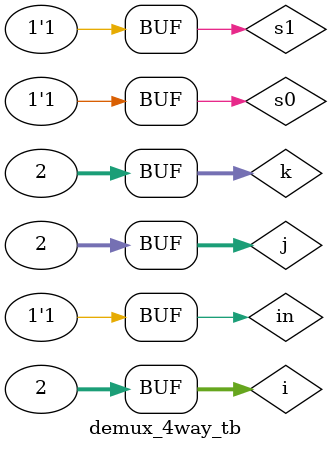
<source format=v>
module demux_4way_tb;

reg s0,s1,in;
wire out0,out1,out2,out3;
integer i,j,k;
demux_4way demux_4way_test1(out0,out1,out2,out3,in,s0,s1);

always
begin 

for(i=0;i<=1;i=i+1)
  for(j=0;j<=1;j=j+1)
   for(k=0;k<=1;k=k+1)
     begin #10 in=i; s0=j; s1=k; end

end

endmodule

</source>
